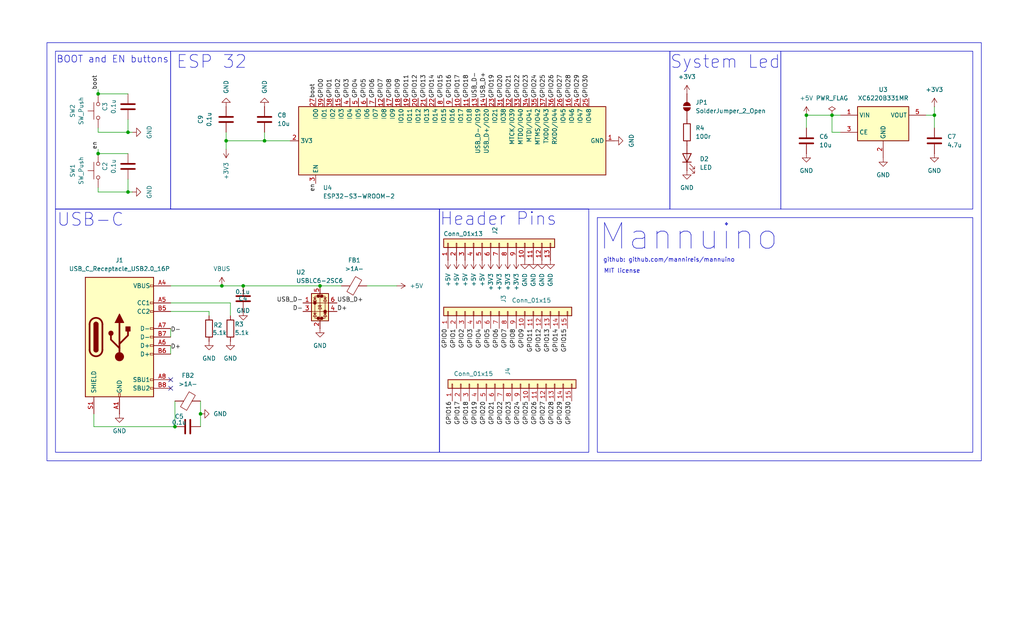
<source format=kicad_sch>
(kicad_sch (version 20250114) (generator "eeschema") (generator_version "9.0")
  (paper "User" 304.8 190.5)
  (lib_symbols
    (symbol "Connector:USB_C_Receptacle_USB2.0_16P" (pin_names (offset 1.016))
      (property "Reference" "J" (at 0 22.225 0))
      (property "Value" "USB_C_Receptacle_USB2.0_16P" (at 0 19.685 0))
      (symbol "USB_C_Receptacle_USB2.0_16P_0_0"
        (rectangle (start -0.254 -17.78) (end 0.254 -16.764))
        (rectangle (start 10.16 15.494) (end 9.144 14.986))
        (rectangle (start 10.16 10.414) (end 9.144 9.906))
        (rectangle (start 10.16 7.874) (end 9.144 7.366))
        (rectangle (start 10.16 2.794) (end 9.144 2.286))
        (rectangle (start 10.16 0.254) (end 9.144 -0.254))
        (rectangle (start 10.16 -2.286) (end 9.144 -2.794))
        (rectangle (start 10.16 -4.826) (end 9.144 -5.334))
        (rectangle (start 10.16 -12.446) (end 9.144 -12.954))
        (rectangle (start 10.16 -14.986) (end 9.144 -15.494))
      )
      (symbol "USB_C_Receptacle_USB2.0_16P_0_1"
        (rectangle (start -10.16 17.78) (end 10.16 -17.78) (stroke (width 0.254)) (fill (type background)))
        (polyline (pts (xy -8.89 -3.81) (xy -8.89 3.81)) (stroke (width 0.508)))
        (rectangle (start -7.62 -3.81) (end -6.35 3.81) (stroke (width 0.254)) (fill (type outline)))
        (arc (start -7.62 3.81) (mid -6.985 4.4423) (end -6.35 3.81) (stroke (width 0.254)))
        (arc (start -7.62 3.81) (mid -6.985 4.4423) (end -6.35 3.81) (stroke (width 0.254)) (fill (type outline)))
        (arc (start -8.89 3.81) (mid -6.985 5.7067) (end -5.08 3.81) (stroke (width 0.508)))
        (arc (start -5.08 -3.81) (mid -6.985 -5.7067) (end -8.89 -3.81) (stroke (width 0.508)))
        (arc (start -6.35 -3.81) (mid -6.985 -4.4423) (end -7.62 -3.81) (stroke (width 0.254)))
        (arc (start -6.35 -3.81) (mid -6.985 -4.4423) (end -7.62 -3.81) (stroke (width 0.254)) (fill (type outline)))
        (polyline (pts (xy -5.08 3.81) (xy -5.08 -3.81)) (stroke (width 0.508)))
        (circle (center -2.54 1.143) (radius 0.635) (stroke (width 0.254)) (fill (type outline)))
        (polyline (pts (xy -1.27 4.318) (xy 0 6.858) (xy 1.27 4.318) (xy -1.27 4.318)) (stroke (width 0.254)) (fill (type outline)))
        (polyline (pts (xy 0 -2.032) (xy 2.54 0.508) (xy 2.54 1.778)) (stroke (width 0.508)))
        (polyline (pts (xy 0 -3.302) (xy -2.54 -0.762) (xy -2.54 0.508)) (stroke (width 0.508)))
        (polyline (pts (xy 0 -5.842) (xy 0 4.318)) (stroke (width 0.508)))
        (circle (center 0 -5.842) (radius 1.27) (fill (type outline)))
        (rectangle (start 1.905 1.778) (end 3.175 3.048) (stroke (width 0.254)) (fill (type outline)))
      )
      (symbol "USB_C_Receptacle_USB2.0_16P_1_1"
        (pin passive line (at -7.62 -22.86 90) (length 5.08) (name "SHIELD") (number "S1"))
        (pin passive line (at 0 -22.86 90) (length 5.08) (name "GND") (number "A1"))
        (pin passive line (at 0 -22.86 90) (length 5.08) (hide yes) (name "GND") (number "A12"))
        (pin passive line (at 0 -22.86 90) (length 5.08) (hide yes) (name "GND") (number "B1"))
        (pin passive line (at 0 -22.86 90) (length 5.08) (hide yes) (name "GND") (number "B12"))
        (pin passive line (at 15.24 15.24 180) (length 5.08) (name "VBUS") (number "A4"))
        (pin passive line (at 15.24 15.24 180) (length 5.08) (hide yes) (name "VBUS") (number "A9"))
        (pin passive line (at 15.24 15.24 180) (length 5.08) (hide yes) (name "VBUS") (number "B4"))
        (pin passive line (at 15.24 15.24 180) (length 5.08) (hide yes) (name "VBUS") (number "B9"))
        (pin bidirectional line (at 15.24 10.16 180) (length 5.08) (name "CC1") (number "A5"))
        (pin bidirectional line (at 15.24 7.62 180) (length 5.08) (name "CC2") (number "B5"))
        (pin bidirectional line (at 15.24 2.54 180) (length 5.08) (name "D-") (number "A7"))
        (pin bidirectional line (at 15.24 0 180) (length 5.08) (name "D-") (number "B7"))
        (pin bidirectional line (at 15.24 -2.54 180) (length 5.08) (name "D+") (number "A6"))
        (pin bidirectional line (at 15.24 -5.08 180) (length 5.08) (name "D+") (number "B6"))
        (pin bidirectional line (at 15.24 -12.7 180) (length 5.08) (name "SBU1") (number "A8"))
        (pin bidirectional line (at 15.24 -15.24 180) (length 5.08) (name "SBU2") (number "B8"))
      )
    )
    (symbol "Connector_Generic:Conn_01x13" (pin_names (offset 1.016) (hide yes))
      (property "Reference" "J" (at 0 17.78 0))
      (property "Value" "Conn_01x13" (at 0 -17.78 0))
      (symbol "Conn_01x13_1_1"
        (rectangle (start -1.27 16.51) (end 1.27 -16.51) (stroke (width 0.254)) (fill (type background)))
        (rectangle (start -1.27 15.367) (end 0 15.113) (stroke (width 0.1524)))
        (rectangle (start -1.27 12.827) (end 0 12.573) (stroke (width 0.1524)))
        (rectangle (start -1.27 10.287) (end 0 10.033) (stroke (width 0.1524)))
        (rectangle (start -1.27 7.747) (end 0 7.493) (stroke (width 0.1524)))
        (rectangle (start -1.27 5.207) (end 0 4.953) (stroke (width 0.1524)))
        (rectangle (start -1.27 2.667) (end 0 2.413) (stroke (width 0.1524)))
        (rectangle (start -1.27 0.127) (end 0 -0.127) (stroke (width 0.1524)))
        (rectangle (start -1.27 -2.413) (end 0 -2.667) (stroke (width 0.1524)))
        (rectangle (start -1.27 -4.953) (end 0 -5.207) (stroke (width 0.1524)))
        (rectangle (start -1.27 -7.493) (end 0 -7.747) (stroke (width 0.1524)))
        (rectangle (start -1.27 -10.033) (end 0 -10.287) (stroke (width 0.1524)))
        (rectangle (start -1.27 -12.573) (end 0 -12.827) (stroke (width 0.1524)))
        (rectangle (start -1.27 -15.113) (end 0 -15.367) (stroke (width 0.1524)))
        (pin passive line (at -5.08 15.24 0) (length 3.81) (name "Pin_1") (number "1"))
        (pin passive line (at -5.08 12.7 0) (length 3.81) (name "Pin_2") (number "2"))
        (pin passive line (at -5.08 10.16 0) (length 3.81) (name "Pin_3") (number "3"))
        (pin passive line (at -5.08 7.62 0) (length 3.81) (name "Pin_4") (number "4"))
        (pin passive line (at -5.08 5.08 0) (length 3.81) (name "Pin_5") (number "5"))
        (pin passive line (at -5.08 2.54 0) (length 3.81) (name "Pin_6") (number "6"))
        (pin passive line (at -5.08 0 0) (length 3.81) (name "Pin_7") (number "7"))
        (pin passive line (at -5.08 -2.54 0) (length 3.81) (name "Pin_8") (number "8"))
        (pin passive line (at -5.08 -5.08 0) (length 3.81) (name "Pin_9") (number "9"))
        (pin passive line (at -5.08 -7.62 0) (length 3.81) (name "Pin_10") (number "10"))
        (pin passive line (at -5.08 -10.16 0) (length 3.81) (name "Pin_11") (number "11"))
        (pin passive line (at -5.08 -12.7 0) (length 3.81) (name "Pin_12") (number "12"))
        (pin passive line (at -5.08 -15.24 0) (length 3.81) (name "Pin_13") (number "13"))
      )
    )
    (symbol "Connector_Generic:Conn_01x15" (pin_names (offset 1.016) (hide yes))
      (property "Reference" "J" (at 0 20.32 0))
      (property "Value" "Conn_01x15" (at 0 -20.32 0))
      (symbol "Conn_01x15_1_1"
        (rectangle (start -1.27 19.05) (end 1.27 -19.05) (stroke (width 0.254)) (fill (type background)))
        (rectangle (start -1.27 17.907) (end 0 17.653) (stroke (width 0.1524)))
        (rectangle (start -1.27 15.367) (end 0 15.113) (stroke (width 0.1524)))
        (rectangle (start -1.27 12.827) (end 0 12.573) (stroke (width 0.1524)))
        (rectangle (start -1.27 10.287) (end 0 10.033) (stroke (width 0.1524)))
        (rectangle (start -1.27 7.747) (end 0 7.493) (stroke (width 0.1524)))
        (rectangle (start -1.27 5.207) (end 0 4.953) (stroke (width 0.1524)))
        (rectangle (start -1.27 2.667) (end 0 2.413) (stroke (width 0.1524)))
        (rectangle (start -1.27 0.127) (end 0 -0.127) (stroke (width 0.1524)))
        (rectangle (start -1.27 -2.413) (end 0 -2.667) (stroke (width 0.1524)))
        (rectangle (start -1.27 -4.953) (end 0 -5.207) (stroke (width 0.1524)))
        (rectangle (start -1.27 -7.493) (end 0 -7.747) (stroke (width 0.1524)))
        (rectangle (start -1.27 -10.033) (end 0 -10.287) (stroke (width 0.1524)))
        (rectangle (start -1.27 -12.573) (end 0 -12.827) (stroke (width 0.1524)))
        (rectangle (start -1.27 -15.113) (end 0 -15.367) (stroke (width 0.1524)))
        (rectangle (start -1.27 -17.653) (end 0 -17.907) (stroke (width 0.1524)))
        (pin passive line (at -5.08 17.78 0) (length 3.81) (name "Pin_1") (number "1"))
        (pin passive line (at -5.08 15.24 0) (length 3.81) (name "Pin_2") (number "2"))
        (pin passive line (at -5.08 12.7 0) (length 3.81) (name "Pin_3") (number "3"))
        (pin passive line (at -5.08 10.16 0) (length 3.81) (name "Pin_4") (number "4"))
        (pin passive line (at -5.08 7.62 0) (length 3.81) (name "Pin_5") (number "5"))
        (pin passive line (at -5.08 5.08 0) (length 3.81) (name "Pin_6") (number "6"))
        (pin passive line (at -5.08 2.54 0) (length 3.81) (name "Pin_7") (number "7"))
        (pin passive line (at -5.08 0 0) (length 3.81) (name "Pin_8") (number "8"))
        (pin passive line (at -5.08 -2.54 0) (length 3.81) (name "Pin_9") (number "9"))
        (pin passive line (at -5.08 -5.08 0) (length 3.81) (name "Pin_10") (number "10"))
        (pin passive line (at -5.08 -7.62 0) (length 3.81) (name "Pin_11") (number "11"))
        (pin passive line (at -5.08 -10.16 0) (length 3.81) (name "Pin_12") (number "12"))
        (pin passive line (at -5.08 -12.7 0) (length 3.81) (name "Pin_13") (number "13"))
        (pin passive line (at -5.08 -15.24 0) (length 3.81) (name "Pin_14") (number "14"))
        (pin passive line (at -5.08 -17.78 0) (length 3.81) (name "Pin_15") (number "15"))
      )
    )
    (symbol "Device:C" (pin_numbers (hide yes)) (pin_names (offset 0.254))
      (property "Reference" "C" (at 0.635 2.54 0))
      (property "Value" "C" (at 0.635 -2.54 0))
      (symbol "C_0_1"
        (polyline (pts (xy -2.032 0.762) (xy 2.032 0.762)) (stroke (width 0.508)))
        (polyline (pts (xy -2.032 -0.762) (xy 2.032 -0.762)) (stroke (width 0.508)))
      )
      (symbol "C_1_1"
        (pin passive line (at 0 3.81 270) (length 2.794) (name "~") (number "1"))
        (pin passive line (at 0 -3.81 90) (length 2.794) (name "~") (number "2"))
      )
    )
    (symbol "Device:FerriteBead" (pin_numbers (hide yes)) (pin_names (offset 0))
      (property "Reference" "FB" (at -3.81 0.635 90))
      (property "Value" "FerriteBead" (at 3.81 0 90))
      (symbol "FerriteBead_0_1"
        (polyline (pts (xy -2.7686 0.4064) (xy -1.7018 2.2606) (xy 2.7686 -0.3048) (xy 1.6764 -2.159) (xy -2.7686 0.4064)))
        (polyline (pts (xy 0 1.27) (xy 0 1.2954)))
        (polyline (pts (xy 0 -1.27) (xy 0 -1.2192)))
      )
      (symbol "FerriteBead_1_1"
        (pin passive line (at 0 3.81 270) (length 2.54) (name "~") (number "1"))
        (pin passive line (at 0 -3.81 90) (length 2.54) (name "~") (number "2"))
      )
    )
    (symbol "Device:LED" (pin_numbers (hide yes)) (pin_names (offset 1.016) (hide yes))
      (property "Reference" "D" (at 0 2.54 0))
      (property "Value" "LED" (at 0 -2.54 0))
      (symbol "LED_0_1"
        (polyline (pts (xy -3.048 -0.762) (xy -4.572 -2.286) (xy -3.81 -2.286) (xy -4.572 -2.286) (xy -4.572 -1.524)))
        (polyline (pts (xy -1.778 -0.762) (xy -3.302 -2.286) (xy -2.54 -2.286) (xy -3.302 -2.286) (xy -3.302 -1.524)))
        (polyline (pts (xy -1.27 0) (xy 1.27 0)))
        (polyline (pts (xy -1.27 -1.27) (xy -1.27 1.27)) (stroke (width 0.254)))
        (polyline (pts (xy 1.27 -1.27) (xy 1.27 1.27) (xy -1.27 0) (xy 1.27 -1.27)) (stroke (width 0.254)))
      )
      (symbol "LED_1_1"
        (pin passive line (at -3.81 0 0) (length 2.54) (name "K") (number "1"))
        (pin passive line (at 3.81 0 180) (length 2.54) (name "A") (number "2"))
      )
    )
    (symbol "Device:R" (pin_numbers (hide yes)) (pin_names (offset 0))
      (property "Reference" "R" (at 2.032 0 90))
      (property "Value" "R" (at 0 0 90))
      (symbol "R_0_1"
        (rectangle (start -1.016 -2.54) (end 1.016 2.54) (stroke (width 0.254)))
      )
      (symbol "R_1_1"
        (pin passive line (at 0 3.81 270) (length 1.27) (name "~") (number "1"))
        (pin passive line (at 0 -3.81 90) (length 1.27) (name "~") (number "2"))
      )
    )
    (symbol "Jumper:SolderJumper_2_Open" (pin_numbers (hide yes)) (pin_names (offset 0) (hide yes)) (in_bom no)
      (property "Reference" "JP" (at 0 2.032 0))
      (property "Value" "SolderJumper_2_Open" (at 0 -2.54 0))
      (symbol "SolderJumper_2_Open_0_1"
        (polyline (pts (xy -0.254 1.016) (xy -0.254 -1.016)))
        (arc (start -0.254 -1.016) (mid -1.2656 0) (end -0.254 1.016))
        (arc (start -0.254 -1.016) (mid -1.2656 0) (end -0.254 1.016) (fill (type outline)))
        (arc (start 0.254 1.016) (mid 1.2656 0) (end 0.254 -1.016))
        (arc (start 0.254 1.016) (mid 1.2656 0) (end 0.254 -1.016) (fill (type outline)))
        (polyline (pts (xy 0.254 1.016) (xy 0.254 -1.016)))
      )
      (symbol "SolderJumper_2_Open_1_1"
        (pin passive line (at -3.81 0 0) (length 2.54) (name "A") (number "1"))
        (pin passive line (at 3.81 0 180) (length 2.54) (name "B") (number "2"))
      )
    )
    (symbol "Power_Protection:USBLC6-2SC6" (pin_names (hide yes))
      (property "Reference" "U" (at 0.635 5.715 0))
      (property "Value" "USBLC6-2SC6" (at 0.635 3.81 0))
      (symbol "USBLC6-2SC6_0_0"
        (circle (center -1.524 0) (radius 0.0001) (stroke (width 0.508)))
        (circle (center -0.508 2.032) (radius 0.0001) (stroke (width 0.508)))
        (circle (center -0.508 -4.572) (radius 0.0001) (stroke (width 0.508)))
        (circle (center 0.508 2.032) (radius 0.0001) (stroke (width 0.508)))
        (circle (center 0.508 -4.572) (radius 0.0001) (stroke (width 0.508)))
        (circle (center 1.524 -2.54) (radius 0.0001) (stroke (width 0.508)))
      )
      (symbol "USBLC6-2SC6_0_1"
        (polyline (pts (xy -2.54 0) (xy 2.54 0)))
        (polyline (pts (xy -2.54 -2.54) (xy 2.54 -2.54)))
        (polyline (pts (xy -2.032 0.508) (xy -1.016 0.508) (xy -1.524 1.524) (xy -2.032 0.508)))
        (polyline (pts (xy -2.032 -3.048) (xy -1.016 -3.048)))
        (polyline (pts (xy -1.016 1.524) (xy -2.032 1.524)))
        (polyline (pts (xy -1.016 -4.064) (xy -2.032 -4.064) (xy -1.524 -3.048) (xy -1.016 -4.064)))
        (polyline (pts (xy -0.508 -1.143) (xy -0.508 -0.762) (xy 0.508 -0.762)))
        (polyline (pts (xy 0 2.54) (xy -0.508 2.032) (xy 0.508 2.032) (xy 0 1.524) (xy 0 -4.064) (xy -0.508 -4.572) (xy 0.508 -4.572) (xy 0 -5.08)))
        (polyline (pts (xy 0.508 -1.778) (xy -0.508 -1.778) (xy 0 -0.762) (xy 0.508 -1.778)))
        (polyline (pts (xy 1.016 1.524) (xy 2.032 1.524)))
        (polyline (pts (xy 1.016 -3.048) (xy 2.032 -3.048)))
        (polyline (pts (xy 2.032 0.508) (xy 1.016 0.508) (xy 1.524 1.524) (xy 2.032 0.508)))
        (polyline (pts (xy 2.032 -4.064) (xy 1.016 -4.064) (xy 1.524 -3.048) (xy 2.032 -4.064)))
      )
      (symbol "USBLC6-2SC6_1_1"
        (rectangle (start -2.54 2.794) (end 2.54 -5.334) (stroke (width 0.254)) (fill (type background)))
        (polyline (pts (xy -0.508 2.032) (xy -1.524 2.032) (xy -1.524 -4.572) (xy -0.508 -4.572)))
        (polyline (pts (xy 0.508 -4.572) (xy 1.524 -4.572) (xy 1.524 2.032) (xy 0.508 2.032)))
        (pin passive line (at -5.08 0 0) (length 2.54) (name "I/O1") (number "1"))
        (pin passive line (at -5.08 -2.54 0) (length 2.54) (name "I/O2") (number "3"))
        (pin passive line (at 0 5.08 270) (length 2.54) (name "VBUS") (number "5"))
        (pin passive line (at 0 -7.62 90) (length 2.54) (name "GND") (number "2"))
        (pin passive line (at 5.08 0 180) (length 2.54) (name "I/O1") (number "6"))
        (pin passive line (at 5.08 -2.54 180) (length 2.54) (name "I/O2") (number "4"))
      )
    )
    (symbol "RF_Module:ESP32-S3-WROOM-2"
      (property "Reference" "U" (at -10.16 45.72 0))
      (property "Value" "ESP32-S3-WROOM-2" (at 2.54 45.72 0))
      (symbol "ESP32-S3-WROOM-2_0_1"
        (rectangle (start -10.16 45.72) (end 10.16 -45.72) (stroke (width 0.254)) (fill (type background)))
      )
      (symbol "ESP32-S3-WROOM-2_1_1"
        (pin input line (at -12.7 40.64 0) (length 2.54) (name "EN") (number "3"))
        (pin no_connect line (at -10.16 -35.56 0) (length 2.54) (hide yes) (name "NC") (number "28"))
        (pin no_connect line (at -10.16 -38.1 0) (length 2.54) (hide yes) (name "NC") (number "29"))
        (pin no_connect line (at -10.16 -40.64 0) (length 2.54) (hide yes) (name "NC") (number "30"))
        (pin power_in line (at 0 48.26 270) (length 2.54) (name "3V3") (number "2"))
        (pin power_in line (at 0 -48.26 90) (length 2.54) (name "GND") (number "1"))
        (pin passive line (at 0 -48.26 90) (length 2.54) (hide yes) (name "GND") (number "40"))
        (pin passive line (at 0 -48.26 90) (length 2.54) (hide yes) (name "GND") (number "41"))
        (pin bidirectional line (at 12.7 40.64 180) (length 2.54) (name "IO0") (number "27"))
        (pin bidirectional line (at 12.7 38.1 180) (length 2.54) (name "IO1") (number "39"))
        (pin bidirectional line (at 12.7 35.56 180) (length 2.54) (name "IO2") (number "38"))
        (pin bidirectional line (at 12.7 33.02 180) (length 2.54) (name "IO3") (number "15"))
        (pin bidirectional line (at 12.7 30.48 180) (length 2.54) (name "IO4") (number "4"))
        (pin bidirectional line (at 12.7 27.94 180) (length 2.54) (name "IO5") (number "5"))
        (pin bidirectional line (at 12.7 25.4 180) (length 2.54) (name "IO6") (number "6"))
        (pin bidirectional line (at 12.7 22.86 180) (length 2.54) (name "IO7") (number "7"))
        (pin bidirectional line (at 12.7 20.32 180) (length 2.54) (name "IO8") (number "12"))
        (pin bidirectional line (at 12.7 17.78 180) (length 2.54) (name "IO9") (number "17"))
        (pin bidirectional line (at 12.7 15.24 180) (length 2.54) (name "IO10") (number "18"))
        (pin bidirectional line (at 12.7 12.7 180) (length 2.54) (name "IO11") (number "19"))
        (pin bidirectional line (at 12.7 10.16 180) (length 2.54) (name "IO12") (number "20"))
        (pin bidirectional line (at 12.7 7.62 180) (length 2.54) (name "IO13") (number "21"))
        (pin bidirectional line (at 12.7 5.08 180) (length 2.54) (name "IO14") (number "22"))
        (pin bidirectional line (at 12.7 2.54 180) (length 2.54) (name "IO15") (number "8"))
        (pin bidirectional line (at 12.7 0 180) (length 2.54) (name "IO16") (number "9"))
        (pin bidirectional line (at 12.7 -2.54 180) (length 2.54) (name "IO17") (number "10"))
        (pin bidirectional line (at 12.7 -5.08 180) (length 2.54) (name "IO18") (number "11"))
        (pin bidirectional line (at 12.7 -7.62 180) (length 2.54) (name "USB_D-/IO19") (number "13"))
        (pin bidirectional line (at 12.7 -10.16 180) (length 2.54) (name "USB_D+/IO20") (number "14"))
        (pin bidirectional line (at 12.7 -12.7 180) (length 2.54) (name "IO21") (number "23"))
        (pin bidirectional line (at 12.7 -15.24 180) (length 2.54) (name "IO38") (number "31"))
        (pin bidirectional line (at 12.7 -17.78 180) (length 2.54) (name "MTCK/IO39") (number "32"))
        (pin bidirectional line (at 12.7 -20.32 180) (length 2.54) (name "MTDO/IO40") (number "33"))
        (pin bidirectional line (at 12.7 -22.86 180) (length 2.54) (name "MTDI/IO41") (number "34"))
        (pin bidirectional line (at 12.7 -25.4 180) (length 2.54) (name "MTMS/IO42") (number "35"))
        (pin bidirectional line (at 12.7 -27.94 180) (length 2.54) (name "TXD0/IO43") (number "37"))
        (pin bidirectional line (at 12.7 -30.48 180) (length 2.54) (name "RXD0/IO44") (number "36"))
        (pin bidirectional line (at 12.7 -33.02 180) (length 2.54) (name "IO45") (number "26"))
        (pin bidirectional line (at 12.7 -35.56 180) (length 2.54) (name "IO46") (number "16"))
        (pin bidirectional line (at 12.7 -38.1 180) (length 2.54) (name "IO47") (number "24"))
        (pin bidirectional line (at 12.7 -40.64 180) (length 2.54) (name "IO48") (number "25"))
      )
    )
    (symbol "Regulator_Linear:XC6220B331MR"
      (property "Reference" "U" (at 0 8.89 0))
      (property "Value" "XC6220B331MR" (at 0 6.35 0))
      (symbol "XC6220B331MR_0_1"
        (rectangle (start -7.62 5.08) (end 7.62 -5.08) (stroke (width 0.254)) (fill (type background)))
      )
      (symbol "XC6220B331MR_1_1"
        (pin power_in line (at -12.7 2.54 0) (length 5.08) (name "VIN") (number "1"))
        (pin input line (at -12.7 -2.54 0) (length 5.08) (name "CE") (number "3"))
        (pin power_in line (at 0 -10.16 90) (length 5.08) (name "GND") (number "2"))
        (pin no_connect line (at 7.62 -2.54 180) (length 5.08) (hide yes) (name "NC") (number "4"))
        (pin power_out line (at 12.7 2.54 180) (length 5.08) (name "VOUT") (number "5"))
      )
    )
    (symbol "Switch:SW_Push" (pin_numbers (hide yes)) (pin_names (offset 1.016) (hide yes))
      (property "Reference" "SW" (at 1.27 2.54 0))
      (property "Value" "SW_Push" (at 0 -1.524 0))
      (symbol "SW_Push_0_1"
        (circle (center -2.032 0) (radius 0.508))
        (polyline (pts (xy 0 1.27) (xy 0 3.048)))
        (circle (center 2.032 0) (radius 0.508))
        (polyline (pts (xy 2.54 1.27) (xy -2.54 1.27)))
        (pin passive line (at -5.08 0 0) (length 2.54) (name "1") (number "1"))
        (pin passive line (at 5.08 0 180) (length 2.54) (name "2") (number "2"))
      )
    )
    (symbol "power:+3V3" (power) (pin_numbers (hide yes)) (pin_names (offset 0) (hide yes))
      (property "Value" "+3V3" (at 0 3.556 0))
      (symbol "+3V3_0_1"
        (polyline (pts (xy -0.762 1.27) (xy 0 2.54)))
        (polyline (pts (xy 0 2.54) (xy 0.762 1.27)))
        (polyline (pts (xy 0 0) (xy 0 2.54)))
      )
      (symbol "+3V3_1_1"
        (pin power_in line (at 0 0 90) (length 0) (name "~") (number "1"))
      )
    )
    (symbol "power:+5V" (power) (pin_numbers (hide yes)) (pin_names (offset 0) (hide yes))
      (property "Value" "+5V" (at 0 3.556 0))
      (symbol "+5V_0_1"
        (polyline (pts (xy -0.762 1.27) (xy 0 2.54)))
        (polyline (pts (xy 0 2.54) (xy 0.762 1.27)))
        (polyline (pts (xy 0 0) (xy 0 2.54)))
      )
      (symbol "+5V_1_1"
        (pin power_in line (at 0 0 90) (length 0) (name "~") (number "1"))
      )
    )
    (symbol "power:GND" (power) (pin_numbers (hide yes)) (pin_names (offset 0) (hide yes))
      (property "Value" "GND" (at 0 -3.81 0))
      (symbol "GND_0_1"
        (polyline (pts (xy 0 0) (xy 0 -1.27) (xy 1.27 -1.27) (xy 0 -2.54) (xy -1.27 -1.27) (xy 0 -1.27)))
      )
      (symbol "GND_1_1"
        (pin power_in line (at 0 0 270) (length 0) (name "~") (number "1"))
      )
    )
    (symbol "power:PWR_FLAG" (power) (pin_numbers (hide yes)) (pin_names (offset 0) (hide yes))
      (property "Value" "PWR_FLAG" (at 0 3.81 0))
      (symbol "PWR_FLAG_0_0"
        (pin power_out line (at 0 0 90) (length 0) (name "~") (number "1"))
      )
      (symbol "PWR_FLAG_0_1"
        (polyline (pts (xy 0 0) (xy 0 1.27) (xy -1.016 1.905) (xy 0 2.54) (xy 1.016 1.905) (xy 0 1.27)))
      )
    )
    (symbol "power:VBUS" (power) (pin_numbers (hide yes)) (pin_names (offset 0) (hide yes))
      (property "Value" "VBUS" (at 0 3.556 0))
      (symbol "VBUS_0_1"
        (polyline (pts (xy -0.762 1.27) (xy 0 2.54)))
        (polyline (pts (xy 0 2.54) (xy 0.762 1.27)))
        (polyline (pts (xy 0 0) (xy 0 2.54)))
      )
      (symbol "VBUS_1_1"
        (pin power_in line (at 0 0 90) (length 0) (name "~") (number "1"))
      )
    )
  )
  (rectangle (start 50.8 15.24) (end 199.39 62.23))
  (rectangle (start 16.51 15.24) (end 50.8 62.23))
  (rectangle (start 232.41 15.24) (end 289.56 62.23))
  (rectangle (start 130.81 62.23) (end 175.26 134.62))
  (rectangle (start 13.97 12.7) (end 292.1 137.16))
  (rectangle (start 16.51 62.23) (end 130.81 134.62))
  (rectangle (start 177.8 64.77) (end 289.56 134.62))
  (rectangle (start 199.39 15.24) (end 232.41 62.23))
  (text "MIT license" (at 185.166 80.772 0) (effects (font (size 1.27 1.27))))
  (text "Mannuino" (at 204.978 70.612 0) (effects (font (size 7.62 7.62))))
  (text "Header Pins" (at 148.336 65.278 0) (effects (font (size 3.81 3.81))))
  (text "ESP 32" (at 62.992 18.542 0) (effects (font (size 3.81 3.81))))
  (text "BOOT and EN buttons" (at 33.528 17.78 0) (effects (font (size 2.032 2.032))))
  (text "github: github.com/mannireis/mannuino" (at 199.136 77.47 0) (effects (font (size 1.27 1.27))))
  (text "USB-C" (at 26.924 65.532 0) (effects (font (size 3.81 3.81))))
  (text "System Led\n" (at 215.9 18.542 0) (effects (font (size 3.81 3.81))))
  (junction (at 66.04 85.09))
  (junction (at 72.39 85.09))
  (junction (at 78.74 41.91))
  (junction (at 52.07 127))
  (junction (at 38.1 57.15))
  (junction (at 29.21 45.72))
  (junction (at 247.65 34.29))
  (junction (at 67.31 41.91))
  (junction (at 29.21 27.94))
  (junction (at 278.13 34.29))
  (junction (at 240.03 34.29))
  (junction (at 95.25 85.09))
  (junction (at 59.69 123.19))
  (junction (at 38.1 39.37))
  (no_connect (at 50.8 113.03))
  (no_connect (at 50.8 115.57))
  (wire (pts (xy 52.07 119.38) (xy 52.07 127)))
  (wire (pts (xy 29.21 44.45) (xy 29.21 45.72)))
  (wire (pts (xy 39.37 57.15) (xy 38.1 57.15)))
  (wire (pts (xy 29.21 45.72) (xy 38.1 45.72)))
  (wire (pts (xy 29.21 27.94) (xy 38.1 27.94)))
  (wire (pts (xy 50.8 85.09) (xy 66.04 85.09)))
  (wire (pts (xy 67.31 41.91) (xy 67.31 39.37)))
  (wire (pts (xy 52.07 127) (xy 27.94 127)))
  (wire (pts (xy 275.59 34.29) (xy 278.13 34.29)))
  (wire (pts (xy 278.13 34.29) (xy 278.13 38.1)))
  (wire (pts (xy 78.74 41.91) (xy 78.74 39.37)))
  (wire (pts (xy 50.8 92.71) (xy 62.23 92.71)))
  (wire (pts (xy 29.21 57.15) (xy 29.21 55.88)))
  (wire (pts (xy 50.8 102.87) (xy 50.8 105.41)))
  (wire (pts (xy 278.13 34.29) (xy 278.13 31.75)))
  (wire (pts (xy 38.1 53.34) (xy 38.1 57.15)))
  (wire (pts (xy 62.23 92.71) (xy 62.23 93.98)))
  (wire (pts (xy 95.25 85.09) (xy 101.6 85.09)))
  (wire (pts (xy 39.37 39.37) (xy 38.1 39.37)))
  (wire (pts (xy 78.74 41.91) (xy 67.31 41.91)))
  (wire (pts (xy 27.94 127) (xy 27.94 123.19)))
  (wire (pts (xy 240.03 34.29) (xy 247.65 34.29)))
  (wire (pts (xy 66.04 85.09) (xy 72.39 85.09)))
  (wire (pts (xy 250.19 39.37) (xy 247.65 39.37)))
  (wire (pts (xy 247.65 39.37) (xy 247.65 34.29)))
  (wire (pts (xy 50.8 90.17) (xy 68.58 90.17)))
  (wire (pts (xy 247.65 34.29) (xy 250.19 34.29)))
  (wire (pts (xy 29.21 39.37) (xy 29.21 38.1)))
  (wire (pts (xy 29.21 26.67) (xy 29.21 27.94)))
  (wire (pts (xy 38.1 35.56) (xy 38.1 39.37)))
  (wire (pts (xy 67.31 44.45) (xy 67.31 41.91)))
  (wire (pts (xy 72.39 85.09) (xy 95.25 85.09)))
  (wire (pts (xy 86.36 41.91) (xy 78.74 41.91)))
  (wire (pts (xy 109.22 85.09) (xy 118.11 85.09)))
  (wire (pts (xy 38.1 57.15) (xy 29.21 57.15)))
  (wire (pts (xy 50.8 97.79) (xy 50.8 100.33)))
  (wire (pts (xy 68.58 90.17) (xy 68.58 93.98)))
  (wire (pts (xy 240.03 34.29) (xy 240.03 38.1)))
  (wire (pts (xy 59.69 123.19) (xy 59.69 127)))
  (wire (pts (xy 59.69 119.38) (xy 59.69 123.19)))
  (wire (pts (xy 38.1 39.37) (xy 29.21 39.37)))
  (label "GPIO16" (at 134.62 119.38 270))
  (label "GPIO5" (at 146.05 97.79 270))
  (label "USB_D+" (at 144.78 29.21 90))
  (label "GPIO4" (at 143.51 97.79 270))
  (label "GPIO15" (at 132.08 29.21 90))
  (label "GPIO14" (at 129.54 29.21 90))
  (label "GPIO28" (at 165.1 119.38 270))
  (label "GPIO0" (at 133.35 97.79 270))
  (label "GPIO1" (at 135.89 97.79 270))
  (label "GPIO22" (at 154.94 29.21 90))
  (label "GPIO6" (at 111.76 29.21 90))
  (label "GPIO17" (at 137.16 119.38 270))
  (label "GPIO1" (at 99.06 29.21 90))
  (label "GPIO23" (at 157.48 29.21 90))
  (label "GPIO2" (at 138.43 97.79 270))
  (label "GPIO3" (at 140.97 97.79 270))
  (label "D-" (at 90.17 92.71 180))
  (label "D+" (at 50.8 104.14 0))
  (label "GPIO3" (at 104.14 29.21 90))
  (label "en" (at 29.21 44.45 90))
  (label "GPIO8" (at 116.84 29.21 90))
  (label "GPIO5" (at 109.22 29.21 90))
  (label "GPIO18" (at 139.7 29.21 90))
  (label "GPIO29" (at 167.64 119.38 270))
  (label "USB_D-" (at 142.24 29.21 90))
  (label "GPIO16" (at 134.62 29.21 90))
  (label "GPIO12" (at 124.46 29.21 90))
  (label "GPIO21" (at 152.4 29.21 90))
  (label "GPIO30" (at 175.26 29.21 90))
  (label "GPIO19" (at 142.24 119.38 270))
  (label "GPIO13" (at 163.83 97.79 270))
  (label "GPIO25" (at 157.48 119.38 270))
  (label "GPIO20" (at 149.86 29.21 90))
  (label "en" (at 93.98 54.61 270))
  (label "GPIO17" (at 137.16 29.21 90))
  (label "GPIO21" (at 147.32 119.38 270))
  (label "D+" (at 100.33 92.71 0))
  (label "GPIO7" (at 151.13 97.79 270))
  (label "GPIO18" (at 139.7 119.38 270))
  (label "GPIO9" (at 156.21 97.79 270))
  (label "GPIO0" (at 96.52 29.21 90))
  (label "GPIO30" (at 170.18 119.38 270))
  (label "GPIO28" (at 170.18 29.21 90))
  (label "GPIO25" (at 162.56 29.21 90))
  (label "GPIO19" (at 147.32 29.21 90))
  (label "GPIO8" (at 153.67 97.79 270))
  (label "USB_D+" (at 100.33 90.17 0))
  (label "GPIO6" (at 148.59 97.79 270))
  (label "GPIO27" (at 162.56 119.38 270))
  (label "GPIO11" (at 121.92 29.21 90))
  (label "GPIO4" (at 106.68 29.21 90))
  (label "boot" (at 93.98 29.21 90))
  (label "GPIO22" (at 149.86 119.38 270))
  (label "GPIO26" (at 165.1 29.21 90))
  (label "GPIO27" (at 167.64 29.21 90))
  (label "GPIO9" (at 119.38 29.21 90))
  (label "GPIO26" (at 160.02 119.38 270))
  (label "GPIO11" (at 158.75 97.79 270))
  (label "GPIO23" (at 152.4 119.38 270))
  (label "GPIO12" (at 161.29 97.79 270))
  (label "boot" (at 29.21 26.67 90))
  (label "GPIO20" (at 144.78 119.38 270))
  (label "USB_D-" (at 90.17 90.17 180))
  (label "GPIO14" (at 166.37 97.79 270))
  (label "GPIO2" (at 101.6 29.21 90))
  (label "GPIO29" (at 172.72 29.21 90))
  (label "GPIO24" (at 160.02 29.21 90))
  (label "GPIO15" (at 168.91 97.79 270))
  (label "GPIO7" (at 114.3 29.21 90))
  (label "D-" (at 50.8 99.06 0))
  (label "GPIO13" (at 127 29.21 90))
  (label "GPIO24" (at 154.94 119.38 270))
  (symbol (lib_id "Device:C") (at 278.13 41.91 0) (unit 1)
    (property "Reference" "C7" (at 281.94 40.6399 0) (effects (justify left)))
    (property "Value" "4.7u" (at 281.94 43.1799 0) (effects (justify left)))
    (property "Footprint" "Capacitor_SMD:C_1206_3216Metric" (effects (hide yes)))
    (property "Description" "Unpolarized capacitor" (effects (hide yes)))
  )
  (symbol (lib_id "power:GND") (at 39.37 39.37 90) (unit 1)
    (property "Reference" "#PWR05" (effects (hide yes)))
    (property "Value" "GND" (at 44.45 39.37 0))
    (property "Description" "Power symbol creates a global label with name \"GND\" , ground" (effects (hide yes)))
  )
  (symbol (lib_id "Device:C") (at 72.39 88.9 0) (mirror y) (unit 1)
    (property "Reference" "C4" (at 73.66 88.9 0) (effects (justify left)))
    (property "Value" "0.1u" (at 74.422 86.868 0) (effects (justify left)))
    (property "Footprint" "Capacitor_SMD:C_0805_2012Metric" (effects (hide yes)))
    (property "Description" "Unpolarized capacitor" (effects (hide yes)))
  )
  (symbol (lib_id "Connector_Generic:Conn_01x15") (at 152.4 114.3 90) (unit 1)
    (property "Reference" "J4" (at 151.1299 111.76 0) (effects (justify left)))
    (property "Value" "Conn_01x15" (at 146.812 111.252 90) (effects (justify left)))
    (property "Footprint" "Connector_PinHeader_2.00mm:PinHeader_1x15_P2.00mm_Vertical" (effects (hide yes)))
    (property "Description" "Generic connector, single row, 01x15, script generated (kicad-library-utils/schlib/autogen/connector/)" (effects (hide yes)))
  )
  (symbol (lib_id "Device:R") (at 204.47 39.37 0) (unit 1)
    (property "Reference" "R4" (at 207.01 38.0999 0) (effects (justify left)))
    (property "Value" "100r" (at 207.01 40.6399 0) (effects (justify left)))
    (property "Footprint" "Resistor_SMD:R_0603_1608Metric" (effects (hide yes)))
    (property "Description" "Resistor" (effects (hide yes)))
  )
  (symbol (lib_id "power:GND") (at 67.31 31.75 180) (unit 1)
    (property "Reference" "#PWR021" (effects (hide yes)))
    (property "Value" "GND" (at 67.3099 27.94 90) (effects (justify right)))
    (property "Description" "Power symbol creates a global label with name \"GND\" , ground" (effects (hide yes)))
  )
  (symbol (lib_id "Device:C") (at 55.88 127 90) (unit 1)
    (property "Reference" "C5" (at 53.34 123.952 90))
    (property "Value" "0.1u" (at 53.34 125.73 90))
    (property "Footprint" "Capacitor_SMD:C_0805_2012Metric" (effects (hide yes)))
    (property "Description" "Unpolarized capacitor" (effects (hide yes)))
  )
  (symbol (lib_id "power:+3V3") (at 148.59 77.47 180) (unit 1)
    (property "Reference" "#PWR027" (effects (hide yes)))
    (property "Value" "+3V3" (at 148.5899 81.28 90) (effects (justify left)))
    (property "Description" "Power symbol creates a global label with name \"+3V3\"" (effects (hide yes)))
  )
  (symbol (lib_id "power:+3V3") (at 146.05 77.47 180) (unit 1)
    (property "Reference" "#PWR03" (effects (hide yes)))
    (property "Value" "+3V3" (at 146.0499 81.28 90) (effects (justify left)))
    (property "Description" "Power symbol creates a global label with name \"+3V3\"" (effects (hide yes)))
  )
  (symbol (lib_id "Device:FerriteBead") (at 55.88 119.38 270) (unit 1)
    (property "Reference" "FB2" (at 55.9308 111.76 90))
    (property "Value" ">1A-" (at 55.9308 114.3 90))
    (property "Footprint" "Inductor_SMD:L_1206_3216Metric" (effects (hide yes)))
    (property "Description" "Ferrite bead" (effects (hide yes)))
  )
  (symbol (lib_id "power:VBUS") (at 66.04 85.09 0) (unit 1)
    (property "Reference" "#PWR07" (effects (hide yes)))
    (property "Value" "VBUS" (at 66.04 80.01 0))
    (property "Description" "Power symbol creates a global label with name \"VBUS\"" (effects (hide yes)))
  )
  (symbol (lib_id "Jumper:SolderJumper_2_Open") (at 204.47 31.75 90) (unit 1) (in_bom no)
    (property "Reference" "JP1" (at 207.01 30.4799 90) (effects (justify right)))
    (property "Value" "SolderJumper_2_Open" (at 207.01 33.0199 90) (effects (justify right)))
    (property "Footprint" "Jumper:SolderJumper-2_P1.3mm_Open_Pad1.0x1.5mm" (effects (hide yes)))
    (property "Description" "Solder Jumper, 2-pole, open" (effects (hide yes)))
  )
  (symbol (lib_id "power:+3V3") (at 278.13 31.75 0) (unit 1)
    (property "Reference" "#PWR017" (effects (hide yes)))
    (property "Value" "+3V3" (at 278.13 26.67 0))
    (property "Description" "Power symbol creates a global label with name \"+3V3\"" (effects (hide yes)))
  )
  (symbol (lib_id "power:+5V") (at 118.11 85.09 270) (unit 1)
    (property "Reference" "#PWR08" (effects (hide yes)))
    (property "Value" "+5V" (at 121.92 85.0899 90) (effects (justify left)))
    (property "Description" "Power symbol creates a global label with name \"+5V\"" (effects (hide yes)))
  )
  (symbol (lib_id "power:+5V") (at 240.03 34.29 0) (unit 1)
    (property "Reference" "#PWR014" (effects (hide yes)))
    (property "Value" "+5V" (at 240.03 29.21 0))
    (property "Description" "Power symbol creates a global label with name \"+5V\"" (effects (hide yes)))
  )
  (symbol (lib_id "Connector:USB_C_Receptacle_USB2.0_16P") (at 35.56 100.33 0) (unit 1)
    (property "Reference" "J1" (at 35.56 77.47 0))
    (property "Value" "USB_C_Receptacle_USB2.0_16P" (at 35.56 80.01 0))
    (property "Footprint" "Connector_USB:USB_C_Receptacle_Molex_105450-0101" (effects (hide yes)))
    (property "Datasheet" "https://www.usb.org/sites/default/files/documents/usb_type-c.zip" (effects (hide yes)))
    (property "Description" "USB 2.0-only 16P Type-C Receptacle connector" (effects (hide yes)))
  )
  (symbol (lib_id "power:GND") (at 262.89 46.99 0) (unit 1)
    (property "Reference" "#PWR016" (effects (hide yes)))
    (property "Value" "GND" (at 262.89 52.07 0))
    (property "Description" "Power symbol creates a global label with name \"GND\" , ground" (effects (hide yes)))
  )
  (symbol (lib_id "power:GND") (at 78.74 31.75 180) (unit 1)
    (property "Reference" "#PWR020" (effects (hide yes)))
    (property "Value" "GND" (at 78.7399 27.94 90) (effects (justify right)))
    (property "Description" "Power symbol creates a global label with name \"GND\" , ground" (effects (hide yes)))
  )
  (symbol (lib_id "Device:R") (at 68.58 97.79 0) (unit 1)
    (property "Reference" "R3" (at 69.85 96.52 0) (effects (justify left)))
    (property "Value" "5.1k" (at 69.85 99.06 0) (effects (justify left)))
    (property "Footprint" "Resistor_SMD:R_0603_1608Metric" (effects (hide yes)))
    (property "Description" "Resistor" (effects (hide yes)))
  )
  (symbol (lib_id "power:+3V3") (at 151.13 77.47 180) (unit 1)
    (property "Reference" "#PWR028" (effects (hide yes)))
    (property "Value" "+3V3" (at 151.1299 81.28 90) (effects (justify left)))
    (property "Description" "Power symbol creates a global label with name \"+3V3\"" (effects (hide yes)))
  )
  (symbol (lib_id "power:GND") (at 72.39 92.71 0) (unit 1)
    (property "Reference" "#PWR09" (effects (hide yes)))
    (property "Value" "GND" (at 72.39 92.456 0))
    (property "Description" "Power symbol creates a global label with name \"GND\" , ground" (effects (hide yes)))
  )
  (symbol (lib_id "power:PWR_FLAG") (at 247.65 34.29 0) (unit 1)
    (property "Reference" "#FLG01" (effects (hide yes)))
    (property "Value" "PWR_FLAG" (at 247.65 29.21 0))
    (property "Description" "Special symbol for telling ERC where power comes from" (effects (hide yes)))
  )
  (symbol (lib_id "Connector_Generic:Conn_01x13") (at 148.59 72.39 90) (unit 1)
    (property "Reference" "J2" (at 147.3199 69.85 0) (effects (justify left)))
    (property "Value" "Conn_01x13" (at 143.764 69.596 90) (effects (justify left)))
    (property "Footprint" "Connector_PinHeader_2.00mm:PinHeader_1x13_P2.00mm_Vertical" (effects (hide yes)))
    (property "Description" "Generic connector, single row, 01x13, script generated (kicad-library-utils/schlib/autogen/connector/)" (effects (hide yes)))
  )
  (symbol (lib_id "power:GND") (at 39.37 57.15 90) (unit 1)
    (property "Reference" "#PWR04" (effects (hide yes)))
    (property "Value" "GND" (at 44.45 57.15 0))
    (property "Description" "Power symbol creates a global label with name \"GND\" , ground" (effects (hide yes)))
  )
  (symbol (lib_id "Power_Protection:USBLC6-2SC6") (at 95.25 90.17 0) (unit 1)
    (property "Reference" "U2" (at 88.138 81.026 0) (effects (justify left)))
    (property "Value" "USBLC6-2SC6" (at 88.138 83.566 0) (effects (justify left)))
    (property "Footprint" "Package_TO_SOT_SMD:SOT-23-6" (effects (hide yes)))
    (property "Datasheet" "https://www.st.com/resource/en/datasheet/usblc6-2.pdf" (effects (hide yes)))
    (property "Description" "Very low capacitance ESD protection diode, 2 data-line, SOT-23-6" (effects (hide yes)))
  )
  (symbol (lib_id "power:GND") (at 240.03 45.72 0) (unit 1)
    (property "Reference" "#PWR015" (effects (hide yes)))
    (property "Value" "GND" (at 240.03 50.8 0))
    (property "Description" "Power symbol creates a global label with name \"GND\" , ground" (effects (hide yes)))
  )
  (symbol (lib_id "power:GND") (at 59.69 123.19 90) (unit 1)
    (property "Reference" "#PWR012" (effects (hide yes)))
    (property "Value" "GND" (at 63.5 123.1899 90) (effects (justify right)))
    (property "Description" "Power symbol creates a global label with name \"GND\" , ground" (effects (hide yes)))
  )
  (symbol (lib_id "power:+5V") (at 133.35 77.47 180) (unit 1)
    (property "Reference" "#PWR024" (effects (hide yes)))
    (property "Value" "+5V" (at 133.3499 81.28 90) (effects (justify left)))
    (property "Description" "Power symbol creates a global label with name \"+5V\"" (effects (hide yes)))
  )
  (symbol (lib_id "RF_Module:ESP32-S3-WROOM-2") (at 134.62 41.91 90) (unit 1)
    (property "Reference" "U4" (at 96.1233 55.88 90) (effects (justify right)))
    (property "Value" "ESP32-S3-WROOM-2" (at 96.1233 58.42 90) (effects (justify right)))
    (property "Footprint" "RF_Module:ESP32-S3-WROOM-1U" (effects (hide yes)))
    (property "Datasheet" "https://www.espressif.com/sites/default/files/documentation/esp32-s3-wroom-2_datasheet_en.pdf" (effects (hide yes)))
    (property "Description" "RF Module, 2.4 GHz, Wi­-Fi, Bluetooth, BLE, ESP32­-S3R8V" (effects (hide yes)))
  )
  (symbol (lib_id "Regulator_Linear:XC6220B331MR") (at 262.89 36.83 0) (unit 1)
    (property "Reference" "U3" (at 262.89 26.67 0))
    (property "Value" "XC6220B331MR" (at 262.89 29.21 0))
    (property "Footprint" "Package_TO_SOT_SMD:SOT-23-5" (effects (hide yes)))
    (property "Datasheet" "https://www.torexsemi.com/file/xc6220/XC6220.pdf" (effects (hide yes)))
    (property "Description" "1A, Low Drop-out Voltage Regulator, Fixed Output 3.3V, SOT-23-5" (effects (hide yes)))
  )
  (symbol (lib_id "Switch:SW_Push") (at 29.21 33.02 90) (unit 1)
    (property "Reference" "SW2" (at 21.59 33.02 0))
    (property "Value" "SW_Push" (at 24.13 33.02 0))
    (property "Footprint" "Button_Switch_SMD:SW_Push_1P1T_NO_CK_KMR2" (effects (hide yes)))
    (property "Description" "Push button switch, generic, two pins" (effects (hide yes)))
  )
  (symbol (lib_id "Switch:SW_Push") (at 29.21 50.8 90) (unit 1)
    (property "Reference" "SW1" (at 21.59 50.8 0))
    (property "Value" "SW_Push" (at 24.13 50.8 0))
    (property "Footprint" "Button_Switch_SMD:SW_Push_1P1T_NO_CK_KMR2" (effects (hide yes)))
    (property "Description" "Push button switch, generic, two pins" (effects (hide yes)))
  )
  (symbol (lib_id "Connector_Generic:Conn_01x15") (at 151.13 92.71 90) (unit 1)
    (property "Reference" "J3" (at 149.8599 90.17 0) (effects (justify left)))
    (property "Value" "Conn_01x15" (at 164.084 89.408 90) (effects (justify left)))
    (property "Footprint" "Connector_PinHeader_2.00mm:PinHeader_1x15_P2.00mm_Vertical" (effects (hide yes)))
    (property "Description" "Generic connector, single row, 01x15, script generated (kicad-library-utils/schlib/autogen/connector/)" (effects (hide yes)))
  )
  (symbol (lib_id "power:GND") (at 158.75 77.47 0) (unit 1)
    (property "Reference" "#PWR031" (effects (hide yes)))
    (property "Value" "GND" (at 158.7499 81.28 90) (effects (justify right)))
    (property "Description" "Power symbol creates a global label with name \"GND\" , ground" (effects (hide yes)))
  )
  (symbol (lib_id "power:+5V") (at 143.51 77.47 180) (unit 1)
    (property "Reference" "#PWR02" (effects (hide yes)))
    (property "Value" "+5V" (at 143.5099 81.28 90) (effects (justify left)))
    (property "Description" "Power symbol creates a global label with name \"+5V\"" (effects (hide yes)))
  )
  (symbol (lib_id "Device:R") (at 62.23 97.79 0) (unit 1)
    (property "Reference" "R2" (at 63.5 96.774 0) (effects (justify left)))
    (property "Value" "5.1k" (at 63.246 99.06 0) (effects (justify left)))
    (property "Footprint" "Resistor_SMD:R_0603_1608Metric" (effects (hide yes)))
    (property "Description" "Resistor" (effects (hide yes)))
  )
  (symbol (lib_id "Device:FerriteBead") (at 105.41 85.09 270) (unit 1)
    (property "Reference" "FB1" (at 105.4608 77.47 90))
    (property "Value" ">1A-" (at 105.4608 80.01 90))
    (property "Footprint" "Inductor_SMD:L_1206_3216Metric" (effects (hide yes)))
    (property "Description" "Ferrite bead" (effects (hide yes)))
  )
  (symbol (lib_id "power:+3V3") (at 153.67 77.47 180) (unit 1)
    (property "Reference" "#PWR029" (effects (hide yes)))
    (property "Value" "+3V3" (at 153.6699 81.28 90) (effects (justify left)))
    (property "Description" "Power symbol creates a global label with name \"+3V3\"" (effects (hide yes)))
  )
  (symbol (lib_id "power:GND") (at 163.83 77.47 0) (unit 1)
    (property "Reference" "#PWR01" (effects (hide yes)))
    (property "Value" "GND" (at 163.83 83.312 90))
    (property "Description" "Power symbol creates a global label with name \"GND\" , ground" (effects (hide yes)))
  )
  (symbol (lib_id "power:GND") (at 156.21 77.47 0) (unit 1)
    (property "Reference" "#PWR030" (effects (hide yes)))
    (property "Value" "GND" (at 156.2099 81.28 90) (effects (justify right)))
    (property "Description" "Power symbol creates a global label with name \"GND\" , ground" (effects (hide yes)))
  )
  (symbol (lib_id "Device:C") (at 240.03 41.91 0) (unit 1)
    (property "Reference" "C6" (at 243.84 40.6399 0) (effects (justify left)))
    (property "Value" "10u" (at 243.84 43.1799 0) (effects (justify left)))
    (property "Footprint" "Capacitor_SMD:C_0805_2012Metric" (effects (hide yes)))
    (property "Description" "Unpolarized capacitor" (effects (hide yes)))
  )
  (symbol (lib_id "power:GND") (at 35.56 123.19 0) (unit 1)
    (property "Reference" "#PWR06" (effects (hide yes)))
    (property "Value" "GND" (at 35.56 128.27 0))
    (property "Description" "Power symbol creates a global label with name \"GND\" , ground" (effects (hide yes)))
  )
  (symbol (lib_id "power:GND") (at 204.47 50.8 0) (unit 1)
    (property "Reference" "#PWR023" (effects (hide yes)))
    (property "Value" "GND" (at 204.47 55.88 0))
    (property "Description" "Power symbol creates a global label with name \"GND\" , ground" (effects (hide yes)))
  )
  (symbol (lib_id "power:GND") (at 182.88 41.91 90) (unit 1)
    (property "Reference" "#PWR033" (effects (hide yes)))
    (property "Value" "GND" (at 187.96 41.91 0))
    (property "Description" "Power symbol creates a global label with name \"GND\" , ground" (effects (hide yes)))
  )
  (symbol (lib_id "power:+5V") (at 135.89 77.47 180) (unit 1)
    (property "Reference" "#PWR025" (effects (hide yes)))
    (property "Value" "+5V" (at 135.8899 81.28 90) (effects (justify left)))
    (property "Description" "Power symbol creates a global label with name \"+5V\"" (effects (hide yes)))
  )
  (symbol (lib_id "power:GND") (at 68.58 101.6 0) (unit 1)
    (property "Reference" "#PWR011" (effects (hide yes)))
    (property "Value" "GND" (at 68.58 106.68 0))
    (property "Description" "Power symbol creates a global label with name \"GND\" , ground" (effects (hide yes)))
  )
  (symbol (lib_id "Device:C") (at 38.1 49.53 0) (unit 1)
    (property "Reference" "C2" (at 31.242 49.53 90))
    (property "Value" "0.1u" (at 33.782 49.53 90))
    (property "Footprint" "Capacitor_SMD:C_0805_2012Metric" (effects (hide yes)))
    (property "Description" "Unpolarized capacitor" (effects (hide yes)))
  )
  (symbol (lib_id "power:GND") (at 62.23 101.6 0) (unit 1)
    (property "Reference" "#PWR010" (effects (hide yes)))
    (property "Value" "GND" (at 62.23 106.68 0))
    (property "Description" "Power symbol creates a global label with name \"GND\" , ground" (effects (hide yes)))
  )
  (symbol (lib_id "power:GND") (at 161.29 77.47 0) (unit 1)
    (property "Reference" "#PWR032" (effects (hide yes)))
    (property "Value" "GND" (at 161.2899 81.28 90) (effects (justify right)))
    (property "Description" "Power symbol creates a global label with name \"GND\" , ground" (effects (hide yes)))
  )
  (symbol (lib_id "power:+3V3") (at 204.47 27.94 0) (unit 1)
    (property "Reference" "#PWR022" (effects (hide yes)))
    (property "Value" "+3V3" (at 204.47 22.86 0))
    (property "Description" "Power symbol creates a global label with name \"+3V3\"" (effects (hide yes)))
  )
  (symbol (lib_id "Device:C") (at 38.1 31.75 0) (unit 1)
    (property "Reference" "C3" (at 31.242 31.75 90))
    (property "Value" "0.1u" (at 33.782 31.75 90))
    (property "Footprint" "Capacitor_SMD:C_0805_2012Metric" (effects (hide yes)))
    (property "Description" "Unpolarized capacitor" (effects (hide yes)))
  )
  (symbol (lib_id "power:GND") (at 278.13 45.72 0) (unit 1)
    (property "Reference" "#PWR018" (effects (hide yes)))
    (property "Value" "GND" (at 278.13 50.8 0))
    (property "Description" "Power symbol creates a global label with name \"GND\" , ground" (effects (hide yes)))
  )
  (symbol (lib_id "power:+5V") (at 140.97 77.47 180) (unit 1)
    (property "Reference" "#PWR034" (effects (hide yes)))
    (property "Value" "+5V" (at 140.9699 81.28 90) (effects (justify left)))
    (property "Description" "Power symbol creates a global label with name \"+5V\"" (effects (hide yes)))
  )
  (symbol (lib_id "Device:LED") (at 204.47 46.99 90) (unit 1)
    (property "Reference" "D2" (at 208.28 47.3074 90) (effects (justify right)))
    (property "Value" "LED" (at 208.28 49.8474 90) (effects (justify right)))
    (property "Footprint" "LED_SMD:LED_0201_0603Metric" (effects (hide yes)))
    (property "Description" "Light emitting diode" (effects (hide yes)))
    (property "Sim.Pins" "1=K 2=A" (effects (hide yes)))
  )
  (symbol (lib_id "Device:C") (at 67.31 35.56 180) (unit 1)
    (property "Reference" "C9" (at 59.69 35.56 90))
    (property "Value" "0.1u" (at 62.23 35.56 90))
    (property "Footprint" "Capacitor_SMD:C_0805_2012Metric" (effects (hide yes)))
    (property "Description" "Unpolarized capacitor" (effects (hide yes)))
  )
  (symbol (lib_id "power:+3V3") (at 67.31 44.45 180) (unit 1)
    (property "Reference" "#PWR019" (effects (hide yes)))
    (property "Value" "+3V3" (at 67.3099 48.26 90) (effects (justify left)))
    (property "Description" "Power symbol creates a global label with name \"+3V3\"" (effects (hide yes)))
  )
  (symbol (lib_id "power:+5V") (at 138.43 77.47 180) (unit 1)
    (property "Reference" "#PWR026" (effects (hide yes)))
    (property "Value" "+5V" (at 138.4299 81.28 90) (effects (justify left)))
    (property "Description" "Power symbol creates a global label with name \"+5V\"" (effects (hide yes)))
  )
  (symbol (lib_id "Device:C") (at 78.74 35.56 180) (unit 1)
    (property "Reference" "C8" (at 82.55 34.2899 0) (effects (justify right)))
    (property "Value" "10u" (at 82.55 36.8299 0) (effects (justify right)))
    (property "Footprint" "Capacitor_SMD:C_0402_1005Metric" (effects (hide yes)))
    (property "Description" "Unpolarized capacitor" (effects (hide yes)))
  )
  (symbol (lib_id "power:GND") (at 95.25 97.79 0) (unit 1)
    (property "Reference" "#PWR013" (effects (hide yes)))
    (property "Value" "GND" (at 95.25 102.87 0))
    (property "Description" "Power symbol creates a global label with name \"GND\" , ground" (effects (hide yes)))
  )
)
</source>
